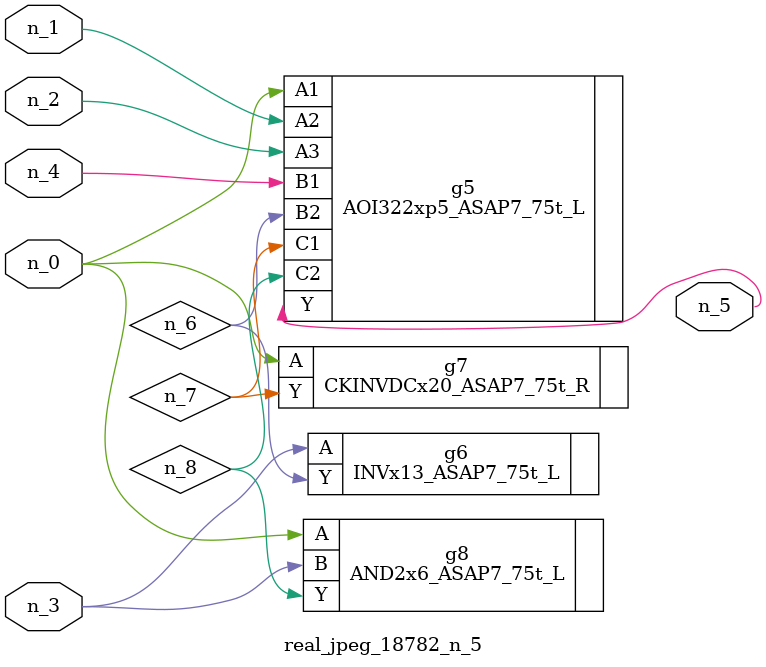
<source format=v>
module real_jpeg_18782_n_5 (n_4, n_0, n_1, n_2, n_3, n_5);

input n_4;
input n_0;
input n_1;
input n_2;
input n_3;

output n_5;

wire n_8;
wire n_6;
wire n_7;

AOI322xp5_ASAP7_75t_L g5 ( 
.A1(n_0),
.A2(n_1),
.A3(n_2),
.B1(n_4),
.B2(n_6),
.C1(n_7),
.C2(n_8),
.Y(n_5)
);

CKINVDCx20_ASAP7_75t_R g7 ( 
.A(n_0),
.Y(n_7)
);

AND2x6_ASAP7_75t_L g8 ( 
.A(n_0),
.B(n_3),
.Y(n_8)
);

INVx13_ASAP7_75t_L g6 ( 
.A(n_3),
.Y(n_6)
);


endmodule
</source>
